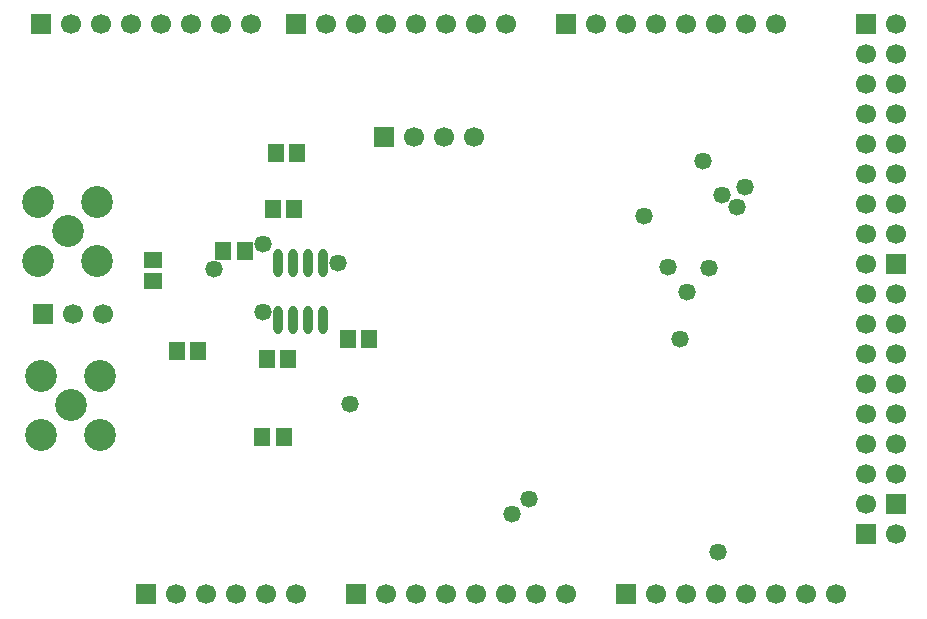
<source format=gbs>
%FSLAX42Y42*%
%MOMM*%
G71*
G01*
G75*
G04 Layer_Color=16711935*
%ADD10R,1.20X1.40*%
%ADD11O,0.60X2.20*%
%ADD12R,1.40X1.20*%
%ADD13R,1.10X0.65*%
%ADD14R,1.40X1.10*%
%ADD15O,0.60X2.30*%
%ADD16R,2.00X1.30*%
%ADD17R,2.00X2.00*%
%ADD18R,0.65X1.10*%
%ADD19C,0.25*%
%ADD20R,1.50X1.50*%
%ADD21C,1.50*%
%ADD22C,2.50*%
%ADD23R,1.50X1.50*%
%ADD24C,1.27*%
%ADD25C,0.25*%
%ADD26C,0.60*%
%ADD27C,0.20*%
%ADD28C,0.20*%
%ADD29R,1.40X1.60*%
%ADD30O,0.80X2.40*%
%ADD31R,1.60X1.40*%
%ADD32R,1.30X0.85*%
%ADD33R,1.60X1.30*%
%ADD34O,0.80X2.50*%
%ADD35R,2.20X1.50*%
%ADD36R,2.20X2.20*%
%ADD37R,0.85X1.30*%
%ADD38R,1.70X1.70*%
%ADD39C,1.70*%
%ADD40C,2.70*%
%ADD41R,1.70X1.70*%
%ADD42C,1.47*%
D29*
X4141Y3162D02*
D03*
X3961D02*
D03*
X4560Y3518D02*
D03*
X4380D02*
D03*
X5015Y2413D02*
D03*
X5195D02*
D03*
X4586Y3988D02*
D03*
X4406D02*
D03*
X3568Y2311D02*
D03*
X3748D02*
D03*
X4510Y2248D02*
D03*
X4330D02*
D03*
X4472Y1588D02*
D03*
X4292D02*
D03*
D30*
X4801Y2579D02*
D03*
X4674D02*
D03*
X4547D02*
D03*
X4420D02*
D03*
X4801Y3059D02*
D03*
X4674D02*
D03*
X4547D02*
D03*
X4420D02*
D03*
D31*
X3365Y2907D02*
D03*
Y3087D02*
D03*
D38*
X2438Y2629D02*
D03*
X5321Y4128D02*
D03*
X7366Y254D02*
D03*
X5080D02*
D03*
X3302D02*
D03*
X9398Y762D02*
D03*
Y5080D02*
D03*
X2413D02*
D03*
X4572D02*
D03*
X6858D02*
D03*
D39*
X2692Y2629D02*
D03*
X2946D02*
D03*
X5575Y4128D02*
D03*
X5829D02*
D03*
X6083D02*
D03*
X9144Y254D02*
D03*
X8890D02*
D03*
X8636D02*
D03*
X8382D02*
D03*
X8128D02*
D03*
X7874D02*
D03*
X7620D02*
D03*
X6858D02*
D03*
X6604D02*
D03*
X6350D02*
D03*
X6096D02*
D03*
X5842D02*
D03*
X5588D02*
D03*
X5334D02*
D03*
X4572D02*
D03*
X4318D02*
D03*
X4064D02*
D03*
X3810D02*
D03*
X3556D02*
D03*
X9652Y762D02*
D03*
X9398Y2794D02*
D03*
X9652D02*
D03*
X9398Y2540D02*
D03*
X9652D02*
D03*
X9398Y2286D02*
D03*
X9652D02*
D03*
X9398Y2032D02*
D03*
X9652D02*
D03*
X9398Y1778D02*
D03*
X9652D02*
D03*
X9398Y1524D02*
D03*
X9652D02*
D03*
X9398Y1270D02*
D03*
X9652D02*
D03*
X9398Y1016D02*
D03*
Y4826D02*
D03*
X9652D02*
D03*
X9398Y4572D02*
D03*
X9652D02*
D03*
X9398Y4318D02*
D03*
X9652D02*
D03*
X9398Y4064D02*
D03*
X9652D02*
D03*
X9398Y3810D02*
D03*
X9652D02*
D03*
X9398Y3556D02*
D03*
X9652D02*
D03*
X9398Y3302D02*
D03*
X9652D02*
D03*
X9398Y3048D02*
D03*
X9652Y5080D02*
D03*
X4191D02*
D03*
X3937D02*
D03*
X3683D02*
D03*
X3429D02*
D03*
X3175D02*
D03*
X2921D02*
D03*
X2667D02*
D03*
X6350D02*
D03*
X6096D02*
D03*
X5842D02*
D03*
X5588D02*
D03*
X5334D02*
D03*
X5080D02*
D03*
X4826D02*
D03*
X8636D02*
D03*
X8382D02*
D03*
X8128D02*
D03*
X7874D02*
D03*
X7620D02*
D03*
X7366D02*
D03*
X7112D02*
D03*
D40*
X2392Y3577D02*
D03*
X2892D02*
D03*
Y3077D02*
D03*
X2392D02*
D03*
X2642Y3327D02*
D03*
X2667Y1854D02*
D03*
X2417Y1604D02*
D03*
X2917D02*
D03*
Y2104D02*
D03*
X2417D02*
D03*
D41*
X9652Y1016D02*
D03*
Y3048D02*
D03*
D42*
X8179Y3637D02*
D03*
X7722Y3025D02*
D03*
X7526Y3452D02*
D03*
X7830Y2413D02*
D03*
X3886Y3005D02*
D03*
X4300Y3216D02*
D03*
Y2644D02*
D03*
X6401Y932D02*
D03*
X5032Y1864D02*
D03*
X8151Y612D02*
D03*
X8378Y3705D02*
D03*
X8306Y3536D02*
D03*
X8026Y3922D02*
D03*
X6553Y1057D02*
D03*
X4929Y3059D02*
D03*
X8077Y3012D02*
D03*
X7884Y2809D02*
D03*
M02*

</source>
